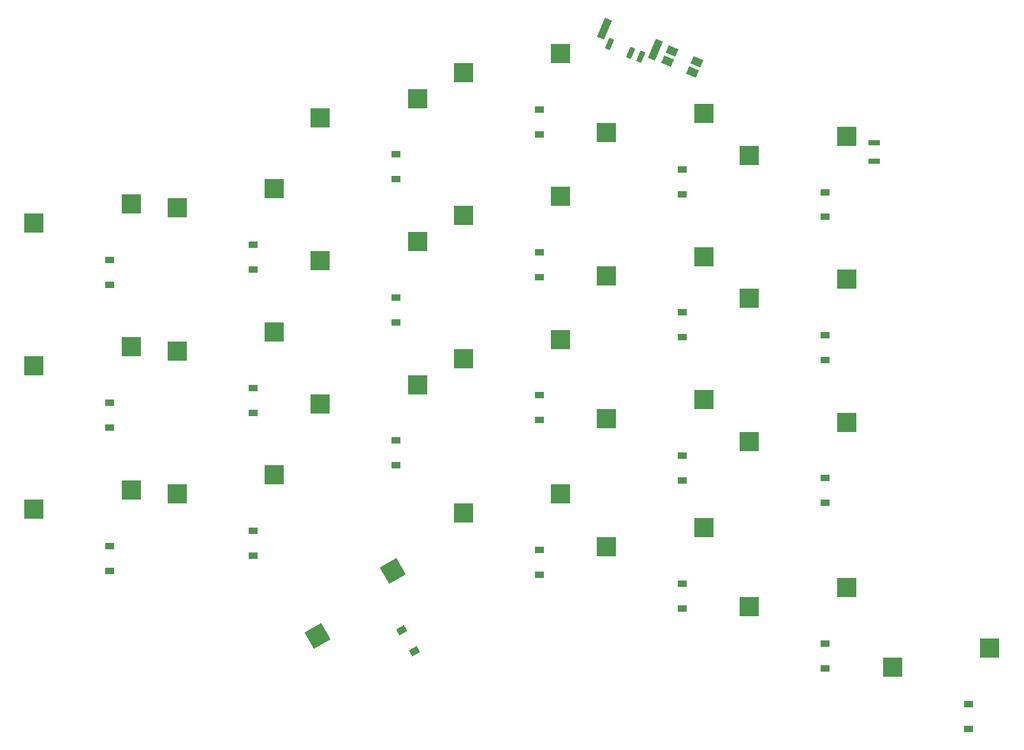
<source format=gbr>
%TF.GenerationSoftware,KiCad,Pcbnew,(6.0.9)*%
%TF.CreationDate,2023-04-16T18:35:51+02:00*%
%TF.ProjectId,iteMX_pcb,6974654d-585f-4706-9362-2e6b69636164,v1.0.0*%
%TF.SameCoordinates,Original*%
%TF.FileFunction,Paste,Bot*%
%TF.FilePolarity,Positive*%
%FSLAX46Y46*%
G04 Gerber Fmt 4.6, Leading zero omitted, Abs format (unit mm)*
G04 Created by KiCad (PCBNEW (6.0.9)) date 2023-04-16 18:35:51*
%MOMM*%
%LPD*%
G01*
G04 APERTURE LIST*
G04 Aperture macros list*
%AMRotRect*
0 Rectangle, with rotation*
0 The origin of the aperture is its center*
0 $1 length*
0 $2 width*
0 $3 Rotation angle, in degrees counterclockwise*
0 Add horizontal line*
21,1,$1,$2,0,0,$3*%
G04 Aperture macros list end*
%ADD10R,2.550000X2.500000*%
%ADD11RotRect,1.000000X2.730000X337.200000*%
%ADD12RotRect,0.700000X1.500000X337.200000*%
%ADD13RotRect,0.900000X1.200000X120.000000*%
%ADD14R,1.200000X0.900000*%
%ADD15RotRect,1.050000X1.400000X67.200000*%
%ADD16RotRect,2.550000X2.500000X210.000000*%
%ADD17R,1.500000X0.800000*%
G04 APERTURE END LIST*
D10*
%TO.C,S3*%
X-7085000Y40540000D03*
X5842000Y43080000D03*
%TD*%
D11*
%TO.C,*%
X75436491Y63556113D03*
X68706890Y66384977D03*
D12*
X69371661Y64353646D03*
X72137250Y63191099D03*
X73520045Y62609826D03*
%TD*%
D10*
%TO.C,S2*%
X-7085000Y21540000D03*
X5842000Y24080000D03*
%TD*%
%TO.C,S1*%
X-7085000Y2540000D03*
X5842000Y5080000D03*
%TD*%
%TO.C,S8*%
X30915000Y35540000D03*
X43842000Y38080000D03*
%TD*%
D13*
%TO.C,D19*%
X43423076Y-16393044D03*
X41773076Y-13535160D03*
%TD*%
D10*
%TO.C,S22*%
X87915000Y-10460000D03*
X100842000Y-7920000D03*
%TD*%
%TO.C,S10*%
X49915000Y22540000D03*
X62842000Y25080000D03*
%TD*%
D14*
%TO.C,D18*%
X98000000Y41350000D03*
X98000000Y44650000D03*
%TD*%
D10*
%TO.C,S5*%
X11915000Y23540000D03*
X24842000Y26080000D03*
%TD*%
D14*
%TO.C,D15*%
X79000000Y44350000D03*
X79000000Y47650000D03*
%TD*%
%TO.C,D10*%
X60000000Y14350000D03*
X60000000Y17650000D03*
%TD*%
%TO.C,D20*%
X60000000Y-6150000D03*
X60000000Y-2850000D03*
%TD*%
D10*
%TO.C,S4*%
X11915000Y4540000D03*
X24842000Y7080000D03*
%TD*%
%TO.C,S20*%
X49915000Y2040000D03*
X62842000Y4580000D03*
%TD*%
D14*
%TO.C,D3*%
X3000000Y32350000D03*
X3000000Y35650000D03*
%TD*%
%TO.C,D1*%
X3000000Y-5650000D03*
X3000000Y-2350000D03*
%TD*%
%TO.C,D9*%
X41000000Y46350000D03*
X41000000Y49650000D03*
%TD*%
D10*
%TO.C,S6*%
X11915000Y42540000D03*
X24842000Y45080000D03*
%TD*%
D14*
%TO.C,D8*%
X41000000Y27350000D03*
X41000000Y30650000D03*
%TD*%
D10*
%TO.C,S14*%
X68915000Y33540000D03*
X81842000Y36080000D03*
%TD*%
%TO.C,S13*%
X68915000Y14540000D03*
X81842000Y17080000D03*
%TD*%
%TO.C,S15*%
X68915000Y52540000D03*
X81842000Y55080000D03*
%TD*%
%TO.C,S11*%
X49915000Y41540000D03*
X62842000Y44080000D03*
%TD*%
D14*
%TO.C,D13*%
X79000000Y6350000D03*
X79000000Y9650000D03*
%TD*%
D15*
%TO.C,REF\u002A\u002A*%
X80940302Y61970823D03*
X77621595Y63365879D03*
X80378405Y60634121D03*
X77059698Y62029177D03*
%TD*%
D14*
%TO.C,D23*%
X117000000Y-26650000D03*
X117000000Y-23350000D03*
%TD*%
%TO.C,D5*%
X22000000Y15350000D03*
X22000000Y18650000D03*
%TD*%
D10*
%TO.C,S21*%
X68915000Y-2460000D03*
X81842000Y80000D03*
%TD*%
D14*
%TO.C,D12*%
X60000000Y52350000D03*
X60000000Y55650000D03*
%TD*%
D10*
%TO.C,S12*%
X49915000Y60540000D03*
X62842000Y63080000D03*
%TD*%
%TO.C,S16*%
X87915000Y11540000D03*
X100842000Y14080000D03*
%TD*%
D14*
%TO.C,D21*%
X79000000Y-10650000D03*
X79000000Y-7350000D03*
%TD*%
%TO.C,D17*%
X98000000Y22350000D03*
X98000000Y25650000D03*
%TD*%
%TO.C,D16*%
X98000000Y3350000D03*
X98000000Y6650000D03*
%TD*%
D10*
%TO.C,S18*%
X87915000Y49540000D03*
X100842000Y52080000D03*
%TD*%
D16*
%TO.C,S19*%
X30594210Y-14342795D03*
X40519320Y-5679591D03*
%TD*%
D14*
%TO.C,D11*%
X60000000Y33350000D03*
X60000000Y36650000D03*
%TD*%
D10*
%TO.C,S7*%
X30915000Y16540000D03*
X43842000Y19080000D03*
%TD*%
D14*
%TO.C,D14*%
X79000000Y25350000D03*
X79000000Y28650000D03*
%TD*%
%TO.C,D4*%
X22000000Y-3650000D03*
X22000000Y-350000D03*
%TD*%
D17*
%TO.C,D25*%
X104500000Y48800000D03*
X104500000Y51200000D03*
%TD*%
D14*
%TO.C,D7*%
X41000000Y8350000D03*
X41000000Y11650000D03*
%TD*%
D10*
%TO.C,S9*%
X30915000Y54540000D03*
X43842000Y57080000D03*
%TD*%
D14*
%TO.C,D2*%
X3000000Y13350000D03*
X3000000Y16650000D03*
%TD*%
%TO.C,D6*%
X22000000Y34350000D03*
X22000000Y37650000D03*
%TD*%
D10*
%TO.C,S23*%
X106915000Y-18460000D03*
X119842000Y-15920000D03*
%TD*%
D14*
%TO.C,D22*%
X98000000Y-18650000D03*
X98000000Y-15350000D03*
%TD*%
D10*
%TO.C,S17*%
X87915000Y30540000D03*
X100842000Y33080000D03*
%TD*%
M02*

</source>
